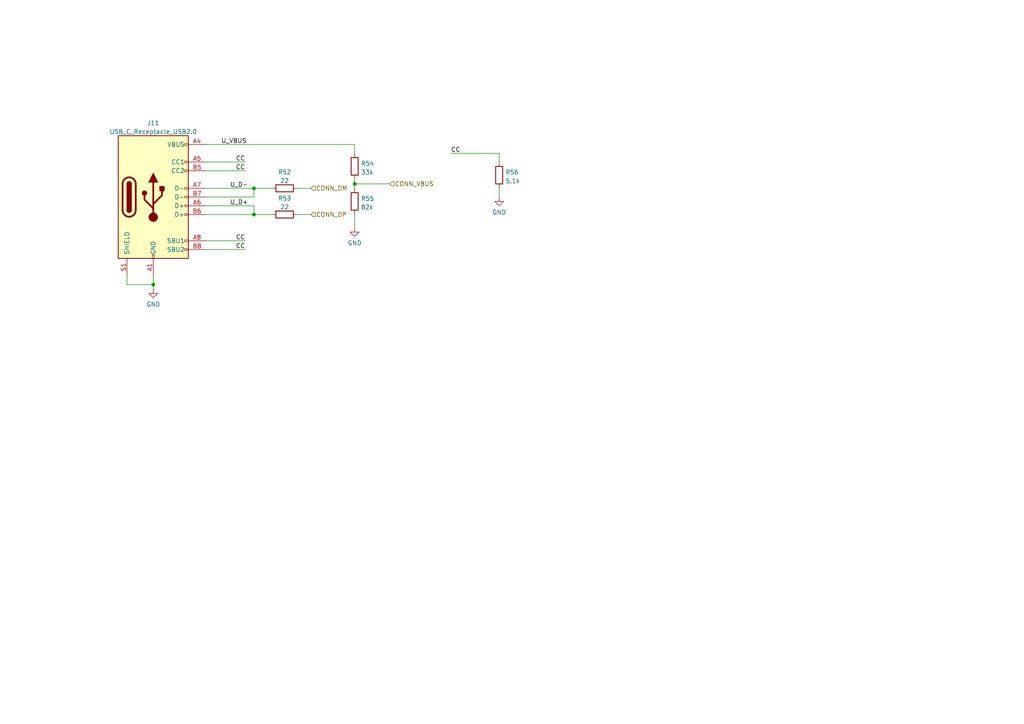
<source format=kicad_sch>
(kicad_sch (version 20211123) (generator eeschema)
  (paper "A4")
  (lib_symbols
    (symbol "Connector:USB_C_Receptacle_USB2.0" (pin_names (offset 1.016))
      (property "Reference" "J" (at -10.16 19.05 0))
      (property "Value" "USB_C_Receptacle_USB2.0" (at 19.05 19.05 0))
      (symbol "USB_C_Receptacle_USB2.0_0_0"
        (rectangle (start -0.254 -17.78) (end 0.254 -16.764))
        (rectangle (start 10.16 -14.986) (end 9.144 -15.494))
        (rectangle (start 10.16 -12.446) (end 9.144 -12.954))
        (rectangle (start 10.16 -4.826) (end 9.144 -5.334))
        (rectangle (start 10.16 -2.286) (end 9.144 -2.794))
        (rectangle (start 10.16 0.254) (end 9.144 -0.254))
        (rectangle (start 10.16 2.794) (end 9.144 2.286))
        (rectangle (start 10.16 7.874) (end 9.144 7.366))
        (rectangle (start 10.16 10.414) (end 9.144 9.906))
        (rectangle (start 10.16 15.494) (end 9.144 14.986))
      )
      (symbol "USB_C_Receptacle_USB2.0_0_1"
        (rectangle (start -10.16 17.78) (end 10.16 -17.78) (stroke (width 0.254)) (fill (type background)))
        (arc (start -8.89 -3.81) (mid -6.985 -5.715) (end -5.08 -3.81) (stroke (width 0.508)))
        (arc (start -7.62 -3.81) (mid -6.985 -4.445) (end -6.35 -3.81) (stroke (width 0.254)))
        (arc (start -7.62 -3.81) (mid -6.985 -4.445) (end -6.35 -3.81) (stroke (width 0.254)) (fill (type outline)))
        (rectangle (start -7.62 -3.81) (end -6.35 3.81) (stroke (width 0.254)) (fill (type outline)))
        (arc (start -6.35 3.81) (mid -6.985 4.445) (end -7.62 3.81) (stroke (width 0.254)))
        (arc (start -6.35 3.81) (mid -6.985 4.445) (end -7.62 3.81) (stroke (width 0.254)) (fill (type outline)))
        (arc (start -5.08 3.81) (mid -6.985 5.715) (end -8.89 3.81) (stroke (width 0.508)))
        (circle (center -2.54 1.143) (radius 0.635) (stroke (width 0.254)) (fill (type outline)))
        (circle (center 0 -5.842) (radius 1.27) (fill (type outline)))
        (polyline (pts (xy -8.89 -3.81) (xy -8.89 3.81)) (stroke (width 0.508)))
        (polyline (pts (xy -5.08 3.81) (xy -5.08 -3.81)) (stroke (width 0.508)))
        (polyline (pts (xy 0 -5.842) (xy 0 4.318)) (stroke (width 0.508)))
        (polyline (pts (xy 0 -3.302) (xy -2.54 -0.762) (xy -2.54 0.508)) (stroke (width 0.508)))
        (polyline (pts (xy 0 -2.032) (xy 2.54 0.508) (xy 2.54 1.778)) (stroke (width 0.508)))
        (polyline (pts (xy -1.27 4.318) (xy 0 6.858) (xy 1.27 4.318) (xy -1.27 4.318)) (stroke (width 0.254)) (fill (type outline)))
        (rectangle (start 1.905 1.778) (end 3.175 3.048) (stroke (width 0.254)) (fill (type outline)))
      )
      (symbol "USB_C_Receptacle_USB2.0_1_1"
        (pin passive line (at 0 -22.86 90) (length 5.08) (name "GND") (number "A1"))
        (pin passive line (at 0 -22.86 90) (length 5.08) hide (name "GND") (number "A12"))
        (pin passive line (at 15.24 15.24 180) (length 5.08) (name "VBUS") (number "A4"))
        (pin bidirectional line (at 15.24 10.16 180) (length 5.08) (name "CC1") (number "A5"))
        (pin bidirectional line (at 15.24 -2.54 180) (length 5.08) (name "D+") (number "A6"))
        (pin bidirectional line (at 15.24 2.54 180) (length 5.08) (name "D-") (number "A7"))
        (pin bidirectional line (at 15.24 -12.7 180) (length 5.08) (name "SBU1") (number "A8"))
        (pin passive line (at 15.24 15.24 180) (length 5.08) hide (name "VBUS") (number "A9"))
        (pin passive line (at 0 -22.86 90) (length 5.08) hide (name "GND") (number "B1"))
        (pin passive line (at 0 -22.86 90) (length 5.08) hide (name "GND") (number "B12"))
        (pin passive line (at 15.24 15.24 180) (length 5.08) hide (name "VBUS") (number "B4"))
        (pin bidirectional line (at 15.24 7.62 180) (length 5.08) (name "CC2") (number "B5"))
        (pin bidirectional line (at 15.24 -5.08 180) (length 5.08) (name "D+") (number "B6"))
        (pin bidirectional line (at 15.24 0 180) (length 5.08) (name "D-") (number "B7"))
        (pin bidirectional line (at 15.24 -15.24 180) (length 5.08) (name "SBU2") (number "B8"))
        (pin passive line (at 15.24 15.24 180) (length 5.08) hide (name "VBUS") (number "B9"))
        (pin passive line (at -7.62 -22.86 90) (length 5.08) (name "SHIELD") (number "S1"))
      )
    )
    (symbol "Device:R" (pin_numbers hide) (pin_names (offset 0))
      (property "Reference" "R" (at 2.032 0 90))
      (property "Value" "R" (at 0 0 90))
      (symbol "R_0_1"
        (rectangle (start -1.016 -2.54) (end 1.016 2.54) (stroke (width 0.254)))
      )
      (symbol "R_1_1"
        (pin passive line (at 0 3.81 270) (length 1.27) (name "~") (number "1"))
        (pin passive line (at 0 -3.81 90) (length 1.27) (name "~") (number "2"))
      )
    )
    (symbol "power:GND" (power) (pin_names (offset 0))
      (property "Value" "GND" (at 0 -3.81 0))
      (symbol "GND_0_1"
        (polyline (pts (xy 0 0) (xy 0 -1.27) (xy 1.27 -1.27) (xy 0 -2.54) (xy -1.27 -1.27) (xy 0 -1.27)))
      )
      (symbol "GND_1_1"
        (pin power_in line (at 0 0 270) (length 0) hide (name "GND") (number "1"))
      )
    )
  )
  (junction (at 73.66 62.23))
  (junction (at 44.45 82.55))
  (junction (at 73.66 54.61))
  (junction (at 102.87 53.34))
  (wire (pts (xy 102.87 53.34) (xy 113.03 53.34)))
  (wire (pts (xy 59.69 62.23) (xy 73.66 62.23)))
  (wire (pts (xy 59.69 46.99) (xy 71.12 46.99)))
  (wire (pts (xy 44.45 82.55) (xy 44.45 83.82)))
  (wire (pts (xy 86.36 62.23) (xy 90.17 62.23)))
  (wire (pts (xy 86.36 54.61) (xy 90.17 54.61)))
  (wire (pts (xy 102.87 62.23) (xy 102.87 66.04)))
  (wire (pts (xy 36.83 82.55) (xy 44.45 82.55)))
  (wire (pts (xy 73.66 57.15) (xy 73.66 54.61)))
  (wire (pts (xy 59.69 72.39) (xy 71.12 72.39)))
  (wire (pts (xy 102.87 52.07) (xy 102.87 53.34)))
  (wire (pts (xy 36.83 80.01) (xy 36.83 82.55)))
  (wire (pts (xy 102.87 41.91) (xy 102.87 44.45)))
  (wire (pts (xy 102.87 53.34) (xy 102.87 54.61)))
  (wire (pts (xy 59.69 54.61) (xy 73.66 54.61)))
  (wire (pts (xy 144.78 54.61) (xy 144.78 57.15)))
  (wire (pts (xy 59.69 59.69) (xy 73.66 59.69)))
  (wire (pts (xy 59.69 69.85) (xy 71.12 69.85)))
  (wire (pts (xy 73.66 59.69) (xy 73.66 62.23)))
  (wire (pts (xy 59.69 41.91) (xy 102.87 41.91)))
  (wire (pts (xy 59.69 49.53) (xy 71.12 49.53)))
  (wire (pts (xy 44.45 80.01) (xy 44.45 82.55)))
  (wire (pts (xy 130.81 44.45) (xy 144.78 44.45)))
  (wire (pts (xy 144.78 44.45) (xy 144.78 46.99)))
  (wire (pts (xy 73.66 54.61) (xy 78.74 54.61)))
  (wire (pts (xy 59.69 57.15) (xy 73.66 57.15)))
  (wire (pts (xy 73.66 62.23) (xy 78.74 62.23)))
  (label "U_VBUS" (at 64.135 41.91 0))
  (label "CC" (at 71.12 46.99 180))
  (label "U_D-" (at 66.675 54.61 0))
  (label "U_D+" (at 66.675 59.69 0))
  (label "CC" (at 130.81 44.45 0))
  (label "CC" (at 71.12 49.53 180))
  (label "CC" (at 71.12 72.39 180))
  (label "CC" (at 71.12 69.85 180))
  (hierarchical_label "CONN_DP" (shape input) (at 90.17 62.23 0))
  (hierarchical_label "CONN_DM" (shape input) (at 90.17 54.61 0))
  (hierarchical_label "CONN_VBUS" (shape input) (at 113.03 53.34 0))
  (symbol (lib_id "Connector:USB_C_Receptacle_USB2.0") (at 44.45 57.15 0) (unit 1)
    (property "Reference" "J11" (at 44.45 35.6702 0))
    (property "Value" "USB_C_Receptacle_USB2.0" (at 44.45 38.2071 0))
    (property "Datasheet" "https://datasheet.lcsc.com/lcsc/2204151015_HCTL-HC-TYPE-C-16P-01A-O_C2997434.pdf" (effects hide))
    (property "JLCPCB" "C2997434" (effects hide))
  )
  (symbol (lib_id "power:GND") (at 44.45 83.82 0) (unit 1)
    (property "Reference" "#PWR080" (effects hide))
    (property "Value" "GND" (at 44.45 88.2634 0))
  )
  (symbol (lib_id "Device:R") (at 102.87 58.42 0) (unit 1)
    (property "Reference" "R55" (at 104.648 57.5853 0) (effects (justify left)))
    (property "Value" "82k" (at 104.648 60.1222 0) (effects (justify left)))
    (property "Footprint" "Resistor_SMD:R_0603_1608Metric" (effects hide))
    (property "JLCPCB" "C103831" (effects hide))
  )
  (symbol (lib_id "Device:R") (at 144.78 50.8 0) (unit 1)
    (property "Reference" "R56" (at 146.558 49.9653 0) (effects (justify left)))
    (property "Value" "5.1k" (at 146.558 52.5022 0) (effects (justify left)))
    (property "Footprint" "Resistor_SMD:R_0603_1608Metric" (effects hide))
    (property "JLCPCB" "C23186" (effects hide))
  )
  (symbol (lib_id "power:GND") (at 102.87 66.04 0) (unit 1)
    (property "Reference" "#PWR081" (effects hide))
    (property "Value" "GND" (at 102.87 70.4834 0))
  )
  (symbol (lib_id "Device:R") (at 102.87 48.26 0) (unit 1)
    (property "Reference" "R54" (at 104.648 47.4253 0) (effects (justify left)))
    (property "Value" "33k" (at 104.648 49.9622 0) (effects (justify left)))
    (property "Footprint" "Resistor_SMD:R_0603_1608Metric" (effects hide))
    (property "JLCPCB" "C138282" (effects hide))
  )
  (symbol (lib_id "power:GND") (at 144.78 57.15 0) (unit 1)
    (property "Reference" "#PWR082" (effects hide))
    (property "Value" "GND" (at 144.78 61.5934 0))
  )
  (symbol (lib_id "Device:R") (at 82.55 54.61 90) (unit 1)
    (property "Reference" "R52" (at 82.55 49.8942 90))
    (property "Value" "22" (at 82.55 52.4311 90))
    (property "Footprint" "Resistor_SMD:R_0603_1608Metric" (effects hide))
    (property "JLCPCB" " C96423" (effects hide))
  )
  (symbol (lib_id "Device:R") (at 82.55 62.23 90) (unit 1)
    (property "Reference" "R53" (at 82.55 57.5142 90))
    (property "Value" "22" (at 82.55 60.0511 90))
    (property "Footprint" "Resistor_SMD:R_0603_1608Metric" (effects hide))
    (property "JLCPCB" " C96423" (effects hide))
  )
)
</source>
